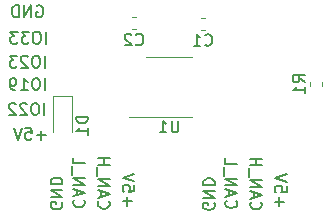
<source format=gbo>
G04 #@! TF.GenerationSoftware,KiCad,Pcbnew,(5.1.2)-1*
G04 #@! TF.CreationDate,2020-12-30T14:45:37+09:00*
G04 #@! TF.ProjectId,M5Atom_CAN,4d354174-6f6d-45f4-9341-4e2e6b696361,rev?*
G04 #@! TF.SameCoordinates,Original*
G04 #@! TF.FileFunction,Legend,Bot*
G04 #@! TF.FilePolarity,Positive*
%FSLAX46Y46*%
G04 Gerber Fmt 4.6, Leading zero omitted, Abs format (unit mm)*
G04 Created by KiCad (PCBNEW (5.1.2)-1) date 2020-12-30 14:45:37*
%MOMM*%
%LPD*%
G04 APERTURE LIST*
%ADD10C,0.150000*%
%ADD11C,0.120000*%
G04 APERTURE END LIST*
D10*
X159377071Y-134699214D02*
X159377071Y-133937309D01*
X158996119Y-134318261D02*
X159758023Y-134318261D01*
X159996119Y-132984928D02*
X159996119Y-133461119D01*
X159519928Y-133508738D01*
X159567547Y-133461119D01*
X159615166Y-133365880D01*
X159615166Y-133127785D01*
X159567547Y-133032547D01*
X159519928Y-132984928D01*
X159424690Y-132937309D01*
X159186595Y-132937309D01*
X159091357Y-132984928D01*
X159043738Y-133032547D01*
X158996119Y-133127785D01*
X158996119Y-133365880D01*
X159043738Y-133461119D01*
X159091357Y-133508738D01*
X159996119Y-132651595D02*
X158996119Y-132318261D01*
X159996119Y-131984928D01*
X153852500Y-134429404D02*
X153900119Y-134524642D01*
X153900119Y-134667500D01*
X153852500Y-134810357D01*
X153757261Y-134905595D01*
X153662023Y-134953214D01*
X153471547Y-135000833D01*
X153328690Y-135000833D01*
X153138214Y-134953214D01*
X153042976Y-134905595D01*
X152947738Y-134810357D01*
X152900119Y-134667500D01*
X152900119Y-134572261D01*
X152947738Y-134429404D01*
X152995357Y-134381785D01*
X153328690Y-134381785D01*
X153328690Y-134572261D01*
X152900119Y-133953214D02*
X153900119Y-133953214D01*
X152900119Y-133381785D01*
X153900119Y-133381785D01*
X152900119Y-132905595D02*
X153900119Y-132905595D01*
X153900119Y-132667500D01*
X153852500Y-132524642D01*
X153757261Y-132429404D01*
X153662023Y-132381785D01*
X153471547Y-132334166D01*
X153328690Y-132334166D01*
X153138214Y-132381785D01*
X153042976Y-132429404D01*
X152947738Y-132524642D01*
X152900119Y-132667500D01*
X152900119Y-132905595D01*
X154900357Y-134207071D02*
X154852738Y-134254690D01*
X154805119Y-134397547D01*
X154805119Y-134492785D01*
X154852738Y-134635642D01*
X154947976Y-134730880D01*
X155043214Y-134778500D01*
X155233690Y-134826119D01*
X155376547Y-134826119D01*
X155567023Y-134778500D01*
X155662261Y-134730880D01*
X155757500Y-134635642D01*
X155805119Y-134492785D01*
X155805119Y-134397547D01*
X155757500Y-134254690D01*
X155709880Y-134207071D01*
X155090833Y-133826119D02*
X155090833Y-133349928D01*
X154805119Y-133921357D02*
X155805119Y-133588023D01*
X154805119Y-133254690D01*
X154805119Y-132921357D02*
X155805119Y-132921357D01*
X154805119Y-132349928D01*
X155805119Y-132349928D01*
X154709880Y-132111833D02*
X154709880Y-131349928D01*
X154805119Y-130635642D02*
X154805119Y-131111833D01*
X155805119Y-131111833D01*
X156995857Y-134326119D02*
X156948238Y-134373738D01*
X156900619Y-134516595D01*
X156900619Y-134611833D01*
X156948238Y-134754690D01*
X157043476Y-134849928D01*
X157138714Y-134897547D01*
X157329190Y-134945166D01*
X157472047Y-134945166D01*
X157662523Y-134897547D01*
X157757761Y-134849928D01*
X157853000Y-134754690D01*
X157900619Y-134611833D01*
X157900619Y-134516595D01*
X157853000Y-134373738D01*
X157805380Y-134326119D01*
X157186333Y-133945166D02*
X157186333Y-133468976D01*
X156900619Y-134040404D02*
X157900619Y-133707071D01*
X156900619Y-133373738D01*
X156900619Y-133040404D02*
X157900619Y-133040404D01*
X156900619Y-132468976D01*
X157900619Y-132468976D01*
X156805380Y-132230880D02*
X156805380Y-131468976D01*
X156900619Y-131230880D02*
X157900619Y-131230880D01*
X157424428Y-131230880D02*
X157424428Y-130659452D01*
X156900619Y-130659452D02*
X157900619Y-130659452D01*
X140962000Y-134365904D02*
X141009619Y-134461142D01*
X141009619Y-134604000D01*
X140962000Y-134746857D01*
X140866761Y-134842095D01*
X140771523Y-134889714D01*
X140581047Y-134937333D01*
X140438190Y-134937333D01*
X140247714Y-134889714D01*
X140152476Y-134842095D01*
X140057238Y-134746857D01*
X140009619Y-134604000D01*
X140009619Y-134508761D01*
X140057238Y-134365904D01*
X140104857Y-134318285D01*
X140438190Y-134318285D01*
X140438190Y-134508761D01*
X140009619Y-133889714D02*
X141009619Y-133889714D01*
X140009619Y-133318285D01*
X141009619Y-133318285D01*
X140009619Y-132842095D02*
X141009619Y-132842095D01*
X141009619Y-132604000D01*
X140962000Y-132461142D01*
X140866761Y-132365904D01*
X140771523Y-132318285D01*
X140581047Y-132270666D01*
X140438190Y-132270666D01*
X140247714Y-132318285D01*
X140152476Y-132365904D01*
X140057238Y-132461142D01*
X140009619Y-132604000D01*
X140009619Y-132842095D01*
X142009857Y-134143571D02*
X141962238Y-134191190D01*
X141914619Y-134334047D01*
X141914619Y-134429285D01*
X141962238Y-134572142D01*
X142057476Y-134667380D01*
X142152714Y-134715000D01*
X142343190Y-134762619D01*
X142486047Y-134762619D01*
X142676523Y-134715000D01*
X142771761Y-134667380D01*
X142867000Y-134572142D01*
X142914619Y-134429285D01*
X142914619Y-134334047D01*
X142867000Y-134191190D01*
X142819380Y-134143571D01*
X142200333Y-133762619D02*
X142200333Y-133286428D01*
X141914619Y-133857857D02*
X142914619Y-133524523D01*
X141914619Y-133191190D01*
X141914619Y-132857857D02*
X142914619Y-132857857D01*
X141914619Y-132286428D01*
X142914619Y-132286428D01*
X141819380Y-132048333D02*
X141819380Y-131286428D01*
X141914619Y-130572142D02*
X141914619Y-131048333D01*
X142914619Y-131048333D01*
X144105357Y-134262619D02*
X144057738Y-134310238D01*
X144010119Y-134453095D01*
X144010119Y-134548333D01*
X144057738Y-134691190D01*
X144152976Y-134786428D01*
X144248214Y-134834047D01*
X144438690Y-134881666D01*
X144581547Y-134881666D01*
X144772023Y-134834047D01*
X144867261Y-134786428D01*
X144962500Y-134691190D01*
X145010119Y-134548333D01*
X145010119Y-134453095D01*
X144962500Y-134310238D01*
X144914880Y-134262619D01*
X144295833Y-133881666D02*
X144295833Y-133405476D01*
X144010119Y-133976904D02*
X145010119Y-133643571D01*
X144010119Y-133310238D01*
X144010119Y-132976904D02*
X145010119Y-132976904D01*
X144010119Y-132405476D01*
X145010119Y-132405476D01*
X143914880Y-132167380D02*
X143914880Y-131405476D01*
X144010119Y-131167380D02*
X145010119Y-131167380D01*
X144533928Y-131167380D02*
X144533928Y-130595952D01*
X144010119Y-130595952D02*
X145010119Y-130595952D01*
X146486571Y-134635714D02*
X146486571Y-133873809D01*
X146105619Y-134254761D02*
X146867523Y-134254761D01*
X147105619Y-132921428D02*
X147105619Y-133397619D01*
X146629428Y-133445238D01*
X146677047Y-133397619D01*
X146724666Y-133302380D01*
X146724666Y-133064285D01*
X146677047Y-132969047D01*
X146629428Y-132921428D01*
X146534190Y-132873809D01*
X146296095Y-132873809D01*
X146200857Y-132921428D01*
X146153238Y-132969047D01*
X146105619Y-133064285D01*
X146105619Y-133302380D01*
X146153238Y-133397619D01*
X146200857Y-133445238D01*
X147105619Y-132588095D02*
X146105619Y-132254761D01*
X147105619Y-131921428D01*
X139588714Y-128658928D02*
X138826809Y-128658928D01*
X139207761Y-129039880D02*
X139207761Y-128277976D01*
X137874428Y-128039880D02*
X138350619Y-128039880D01*
X138398238Y-128516071D01*
X138350619Y-128468452D01*
X138255380Y-128420833D01*
X138017285Y-128420833D01*
X137922047Y-128468452D01*
X137874428Y-128516071D01*
X137826809Y-128611309D01*
X137826809Y-128849404D01*
X137874428Y-128944642D01*
X137922047Y-128992261D01*
X138017285Y-129039880D01*
X138255380Y-129039880D01*
X138350619Y-128992261D01*
X138398238Y-128944642D01*
X137541095Y-128039880D02*
X137207761Y-129039880D01*
X136874428Y-128039880D01*
X139461690Y-126944380D02*
X139461690Y-125944380D01*
X138795023Y-125944380D02*
X138604547Y-125944380D01*
X138509309Y-125992000D01*
X138414071Y-126087238D01*
X138366452Y-126277714D01*
X138366452Y-126611047D01*
X138414071Y-126801523D01*
X138509309Y-126896761D01*
X138604547Y-126944380D01*
X138795023Y-126944380D01*
X138890261Y-126896761D01*
X138985500Y-126801523D01*
X139033119Y-126611047D01*
X139033119Y-126277714D01*
X138985500Y-126087238D01*
X138890261Y-125992000D01*
X138795023Y-125944380D01*
X137985500Y-126039619D02*
X137937880Y-125992000D01*
X137842642Y-125944380D01*
X137604547Y-125944380D01*
X137509309Y-125992000D01*
X137461690Y-126039619D01*
X137414071Y-126134857D01*
X137414071Y-126230095D01*
X137461690Y-126372952D01*
X138033119Y-126944380D01*
X137414071Y-126944380D01*
X137033119Y-126039619D02*
X136985500Y-125992000D01*
X136890261Y-125944380D01*
X136652166Y-125944380D01*
X136556928Y-125992000D01*
X136509309Y-126039619D01*
X136461690Y-126134857D01*
X136461690Y-126230095D01*
X136509309Y-126372952D01*
X137080738Y-126944380D01*
X136461690Y-126944380D01*
X139525190Y-124848880D02*
X139525190Y-123848880D01*
X138858523Y-123848880D02*
X138668047Y-123848880D01*
X138572809Y-123896500D01*
X138477571Y-123991738D01*
X138429952Y-124182214D01*
X138429952Y-124515547D01*
X138477571Y-124706023D01*
X138572809Y-124801261D01*
X138668047Y-124848880D01*
X138858523Y-124848880D01*
X138953761Y-124801261D01*
X139049000Y-124706023D01*
X139096619Y-124515547D01*
X139096619Y-124182214D01*
X139049000Y-123991738D01*
X138953761Y-123896500D01*
X138858523Y-123848880D01*
X137477571Y-124848880D02*
X138049000Y-124848880D01*
X137763285Y-124848880D02*
X137763285Y-123848880D01*
X137858523Y-123991738D01*
X137953761Y-124086976D01*
X138049000Y-124134595D01*
X137001380Y-124848880D02*
X136810904Y-124848880D01*
X136715666Y-124801261D01*
X136668047Y-124753642D01*
X136572809Y-124610785D01*
X136525190Y-124420309D01*
X136525190Y-124039357D01*
X136572809Y-123944119D01*
X136620428Y-123896500D01*
X136715666Y-123848880D01*
X136906142Y-123848880D01*
X137001380Y-123896500D01*
X137049000Y-123944119D01*
X137096619Y-124039357D01*
X137096619Y-124277452D01*
X137049000Y-124372690D01*
X137001380Y-124420309D01*
X136906142Y-124467928D01*
X136715666Y-124467928D01*
X136620428Y-124420309D01*
X136572809Y-124372690D01*
X136525190Y-124277452D01*
X139525190Y-122943880D02*
X139525190Y-121943880D01*
X138858523Y-121943880D02*
X138668047Y-121943880D01*
X138572809Y-121991500D01*
X138477571Y-122086738D01*
X138429952Y-122277214D01*
X138429952Y-122610547D01*
X138477571Y-122801023D01*
X138572809Y-122896261D01*
X138668047Y-122943880D01*
X138858523Y-122943880D01*
X138953761Y-122896261D01*
X139049000Y-122801023D01*
X139096619Y-122610547D01*
X139096619Y-122277214D01*
X139049000Y-122086738D01*
X138953761Y-121991500D01*
X138858523Y-121943880D01*
X138049000Y-122039119D02*
X138001380Y-121991500D01*
X137906142Y-121943880D01*
X137668047Y-121943880D01*
X137572809Y-121991500D01*
X137525190Y-122039119D01*
X137477571Y-122134357D01*
X137477571Y-122229595D01*
X137525190Y-122372452D01*
X138096619Y-122943880D01*
X137477571Y-122943880D01*
X137144238Y-121943880D02*
X136525190Y-121943880D01*
X136858523Y-122324833D01*
X136715666Y-122324833D01*
X136620428Y-122372452D01*
X136572809Y-122420071D01*
X136525190Y-122515309D01*
X136525190Y-122753404D01*
X136572809Y-122848642D01*
X136620428Y-122896261D01*
X136715666Y-122943880D01*
X137001380Y-122943880D01*
X137096619Y-122896261D01*
X137144238Y-122848642D01*
X139588690Y-120911880D02*
X139588690Y-119911880D01*
X138922023Y-119911880D02*
X138731547Y-119911880D01*
X138636309Y-119959500D01*
X138541071Y-120054738D01*
X138493452Y-120245214D01*
X138493452Y-120578547D01*
X138541071Y-120769023D01*
X138636309Y-120864261D01*
X138731547Y-120911880D01*
X138922023Y-120911880D01*
X139017261Y-120864261D01*
X139112500Y-120769023D01*
X139160119Y-120578547D01*
X139160119Y-120245214D01*
X139112500Y-120054738D01*
X139017261Y-119959500D01*
X138922023Y-119911880D01*
X138160119Y-119911880D02*
X137541071Y-119911880D01*
X137874404Y-120292833D01*
X137731547Y-120292833D01*
X137636309Y-120340452D01*
X137588690Y-120388071D01*
X137541071Y-120483309D01*
X137541071Y-120721404D01*
X137588690Y-120816642D01*
X137636309Y-120864261D01*
X137731547Y-120911880D01*
X138017261Y-120911880D01*
X138112500Y-120864261D01*
X138160119Y-120816642D01*
X137207738Y-119911880D02*
X136588690Y-119911880D01*
X136922023Y-120292833D01*
X136779166Y-120292833D01*
X136683928Y-120340452D01*
X136636309Y-120388071D01*
X136588690Y-120483309D01*
X136588690Y-120721404D01*
X136636309Y-120816642D01*
X136683928Y-120864261D01*
X136779166Y-120911880D01*
X137064880Y-120911880D01*
X137160119Y-120864261D01*
X137207738Y-120816642D01*
X138810904Y-117737000D02*
X138906142Y-117689380D01*
X139049000Y-117689380D01*
X139191857Y-117737000D01*
X139287095Y-117832238D01*
X139334714Y-117927476D01*
X139382333Y-118117952D01*
X139382333Y-118260809D01*
X139334714Y-118451285D01*
X139287095Y-118546523D01*
X139191857Y-118641761D01*
X139049000Y-118689380D01*
X138953761Y-118689380D01*
X138810904Y-118641761D01*
X138763285Y-118594142D01*
X138763285Y-118260809D01*
X138953761Y-118260809D01*
X138334714Y-118689380D02*
X138334714Y-117689380D01*
X137763285Y-118689380D01*
X137763285Y-117689380D01*
X137287095Y-118689380D02*
X137287095Y-117689380D01*
X137049000Y-117689380D01*
X136906142Y-117737000D01*
X136810904Y-117832238D01*
X136763285Y-117927476D01*
X136715666Y-118117952D01*
X136715666Y-118260809D01*
X136763285Y-118451285D01*
X136810904Y-118546523D01*
X136906142Y-118641761D01*
X137049000Y-118689380D01*
X137287095Y-118689380D01*
D11*
X140221000Y-125342000D02*
X140221000Y-128392000D01*
X141821000Y-125342000D02*
X140221000Y-125342000D01*
X141821000Y-128392000D02*
X141821000Y-125342000D01*
X163006000Y-124175733D02*
X163006000Y-124518267D01*
X161986000Y-124175733D02*
X161986000Y-124518267D01*
X150050000Y-127147000D02*
X146600000Y-127147000D01*
X150050000Y-127147000D02*
X152000000Y-127147000D01*
X150050000Y-122027000D02*
X148100000Y-122027000D01*
X150050000Y-122027000D02*
X152000000Y-122027000D01*
X153079267Y-119763000D02*
X152736733Y-119763000D01*
X153079267Y-118743000D02*
X152736733Y-118743000D01*
X146880733Y-118680000D02*
X147223267Y-118680000D01*
X146880733Y-119700000D02*
X147223267Y-119700000D01*
D10*
X143174980Y-127100104D02*
X142174980Y-127100104D01*
X142174980Y-127338200D01*
X142222600Y-127481057D01*
X142317838Y-127576295D01*
X142413076Y-127623914D01*
X142603552Y-127671533D01*
X142746409Y-127671533D01*
X142936885Y-127623914D01*
X143032123Y-127576295D01*
X143127361Y-127481057D01*
X143174980Y-127338200D01*
X143174980Y-127100104D01*
X143174980Y-128623914D02*
X143174980Y-128052485D01*
X143174980Y-128338200D02*
X142174980Y-128338200D01*
X142317838Y-128242961D01*
X142413076Y-128147723D01*
X142460695Y-128052485D01*
X161518380Y-124180333D02*
X161042190Y-123847000D01*
X161518380Y-123608904D02*
X160518380Y-123608904D01*
X160518380Y-123989857D01*
X160566000Y-124085095D01*
X160613619Y-124132714D01*
X160708857Y-124180333D01*
X160851714Y-124180333D01*
X160946952Y-124132714D01*
X160994571Y-124085095D01*
X161042190Y-123989857D01*
X161042190Y-123608904D01*
X161518380Y-125132714D02*
X161518380Y-124561285D01*
X161518380Y-124847000D02*
X160518380Y-124847000D01*
X160661238Y-124751761D01*
X160756476Y-124656523D01*
X160804095Y-124561285D01*
X150811904Y-127439380D02*
X150811904Y-128248904D01*
X150764285Y-128344142D01*
X150716666Y-128391761D01*
X150621428Y-128439380D01*
X150430952Y-128439380D01*
X150335714Y-128391761D01*
X150288095Y-128344142D01*
X150240476Y-128248904D01*
X150240476Y-127439380D01*
X149240476Y-128439380D02*
X149811904Y-128439380D01*
X149526190Y-128439380D02*
X149526190Y-127439380D01*
X149621428Y-127582238D01*
X149716666Y-127677476D01*
X149811904Y-127725095D01*
X153074666Y-121007642D02*
X153122285Y-121055261D01*
X153265142Y-121102880D01*
X153360380Y-121102880D01*
X153503238Y-121055261D01*
X153598476Y-120960023D01*
X153646095Y-120864785D01*
X153693714Y-120674309D01*
X153693714Y-120531452D01*
X153646095Y-120340976D01*
X153598476Y-120245738D01*
X153503238Y-120150500D01*
X153360380Y-120102880D01*
X153265142Y-120102880D01*
X153122285Y-120150500D01*
X153074666Y-120198119D01*
X152122285Y-121102880D02*
X152693714Y-121102880D01*
X152408000Y-121102880D02*
X152408000Y-120102880D01*
X152503238Y-120245738D01*
X152598476Y-120340976D01*
X152693714Y-120388595D01*
X147218666Y-120977142D02*
X147266285Y-121024761D01*
X147409142Y-121072380D01*
X147504380Y-121072380D01*
X147647238Y-121024761D01*
X147742476Y-120929523D01*
X147790095Y-120834285D01*
X147837714Y-120643809D01*
X147837714Y-120500952D01*
X147790095Y-120310476D01*
X147742476Y-120215238D01*
X147647238Y-120120000D01*
X147504380Y-120072380D01*
X147409142Y-120072380D01*
X147266285Y-120120000D01*
X147218666Y-120167619D01*
X146837714Y-120167619D02*
X146790095Y-120120000D01*
X146694857Y-120072380D01*
X146456761Y-120072380D01*
X146361523Y-120120000D01*
X146313904Y-120167619D01*
X146266285Y-120262857D01*
X146266285Y-120358095D01*
X146313904Y-120500952D01*
X146885333Y-121072380D01*
X146266285Y-121072380D01*
M02*

</source>
